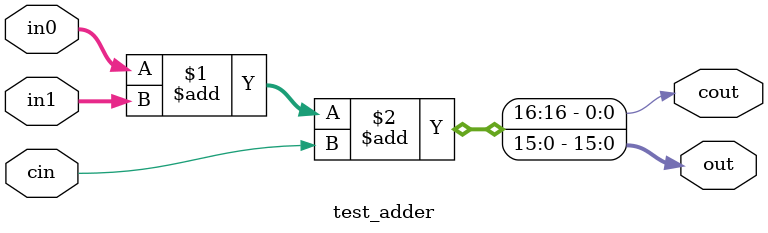
<source format=v>

`ifndef TEST_ADDER_V
`define TEST_ADDER_V

module test_adder (
  input	  [15:0]  in0, in1,
  input	          cin,
  output  [15:0]  out,
  output          cout
);

  assign {cout, out} = in0 + in1 + cin;

endmodule

`endif


</source>
